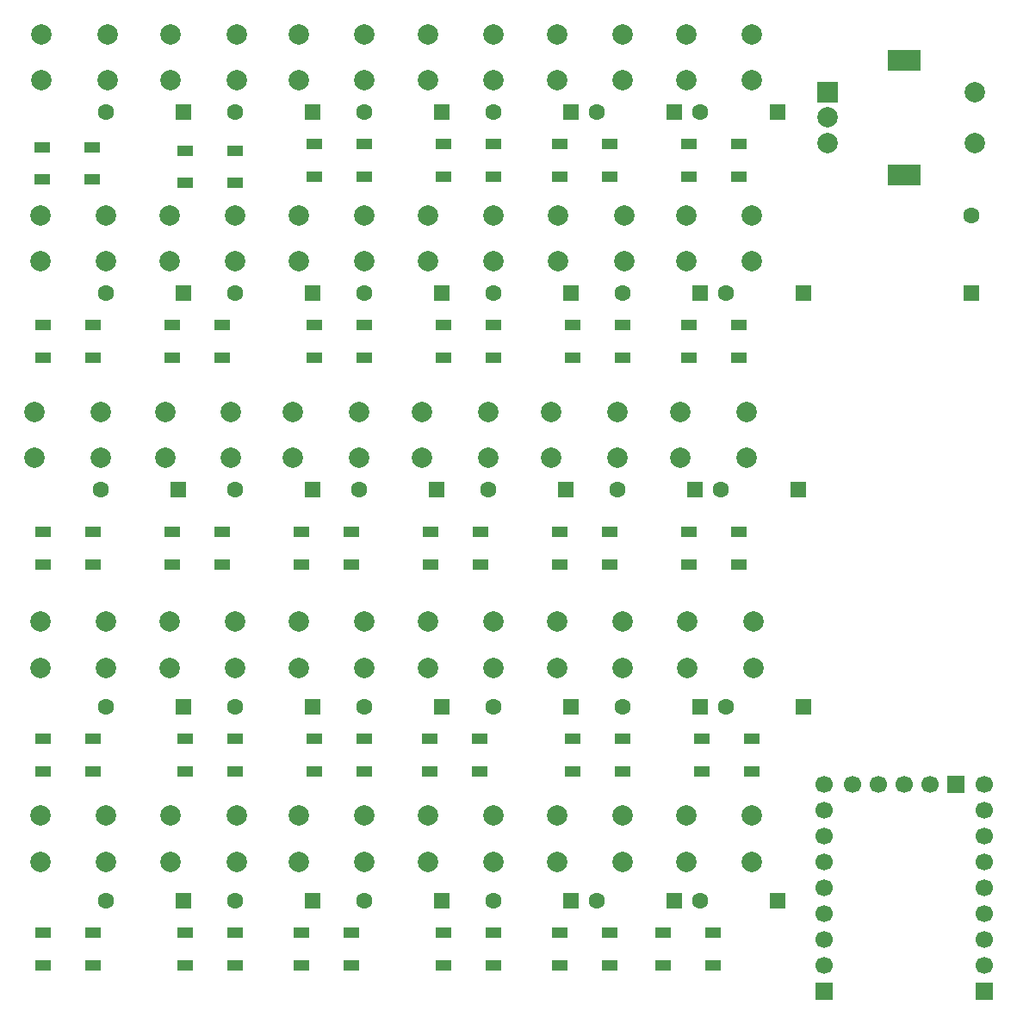
<source format=gbr>
%TF.GenerationSoftware,KiCad,Pcbnew,9.0.7*%
%TF.CreationDate,2026-02-20T03:41:17+09:00*%
%TF.ProjectId,YmmKeyboardMX,596d6d4b-6579-4626-9f61-72644d582e6b,rev?*%
%TF.SameCoordinates,Original*%
%TF.FileFunction,Soldermask,Top*%
%TF.FilePolarity,Negative*%
%FSLAX46Y46*%
G04 Gerber Fmt 4.6, Leading zero omitted, Abs format (unit mm)*
G04 Created by KiCad (PCBNEW 9.0.7) date 2026-02-20 03:41:17*
%MOMM*%
%LPD*%
G01*
G04 APERTURE LIST*
G04 Aperture macros list*
%AMRoundRect*
0 Rectangle with rounded corners*
0 $1 Rounding radius*
0 $2 $3 $4 $5 $6 $7 $8 $9 X,Y pos of 4 corners*
0 Add a 4 corners polygon primitive as box body*
4,1,4,$2,$3,$4,$5,$6,$7,$8,$9,$2,$3,0*
0 Add four circle primitives for the rounded corners*
1,1,$1+$1,$2,$3*
1,1,$1+$1,$4,$5*
1,1,$1+$1,$6,$7*
1,1,$1+$1,$8,$9*
0 Add four rect primitives between the rounded corners*
20,1,$1+$1,$2,$3,$4,$5,0*
20,1,$1+$1,$4,$5,$6,$7,0*
20,1,$1+$1,$6,$7,$8,$9,0*
20,1,$1+$1,$8,$9,$2,$3,0*%
G04 Aperture macros list end*
%ADD10RoundRect,0.250000X0.550000X0.550000X-0.550000X0.550000X-0.550000X-0.550000X0.550000X-0.550000X0*%
%ADD11C,1.600000*%
%ADD12R,1.500000X1.000000*%
%ADD13C,2.000000*%
%ADD14RoundRect,0.250000X0.550000X-0.550000X0.550000X0.550000X-0.550000X0.550000X-0.550000X-0.550000X0*%
%ADD15R,2.000000X2.000000*%
%ADD16R,3.200000X2.000000*%
%ADD17R,1.700000X1.700000*%
%ADD18C,1.700000*%
G04 APERTURE END LIST*
D10*
%TO.C,D5*%
X185420000Y-35560000D03*
D11*
X177800000Y-35560000D03*
%TD*%
D12*
%TO.C,D44*%
X133530000Y-76810000D03*
X133530000Y-80010000D03*
X138430000Y-80010000D03*
X138430000Y-76810000D03*
%TD*%
D10*
%TO.C,D19*%
X207720000Y-72680000D03*
D11*
X200100000Y-72680000D03*
%TD*%
D13*
%TO.C,SW18*%
X183440000Y-65060000D03*
X189940000Y-65060000D03*
X183440000Y-69560000D03*
X189940000Y-69560000D03*
%TD*%
D10*
%TO.C,D31*%
X205740000Y-113030000D03*
D11*
X198120000Y-113030000D03*
%TD*%
D13*
%TO.C,SW19*%
X196140000Y-65060000D03*
X202640000Y-65060000D03*
X196140000Y-69560000D03*
X202640000Y-69560000D03*
%TD*%
D12*
%TO.C,D46*%
X158930000Y-76810000D03*
X158930000Y-80010000D03*
X163830000Y-80010000D03*
X163830000Y-76810000D03*
%TD*%
D13*
%TO.C,SW31*%
X196700000Y-104720000D03*
X203200000Y-104720000D03*
X196700000Y-109220000D03*
X203200000Y-109220000D03*
%TD*%
D12*
%TO.C,D49*%
X197030000Y-76810000D03*
X197030000Y-80010000D03*
X201930000Y-80010000D03*
X201930000Y-76810000D03*
%TD*%
D10*
%TO.C,D3*%
X160020000Y-35560000D03*
D11*
X152400000Y-35560000D03*
%TD*%
D10*
%TO.C,D18*%
X197560000Y-72680000D03*
D11*
X189940000Y-72680000D03*
%TD*%
D12*
%TO.C,D35*%
X172900000Y-38710000D03*
X172900000Y-41910000D03*
X177800000Y-41910000D03*
X177800000Y-38710000D03*
%TD*%
D10*
%TO.C,D26*%
X147320000Y-113030000D03*
D11*
X139700000Y-113030000D03*
%TD*%
D13*
%TO.C,SW7*%
X196700000Y-27940000D03*
X203200000Y-27940000D03*
X196700000Y-32440000D03*
X203200000Y-32440000D03*
%TD*%
D10*
%TO.C,D6*%
X195580000Y-35560000D03*
D11*
X187960000Y-35560000D03*
%TD*%
D12*
%TO.C,D1*%
X133440000Y-39040000D03*
X133440000Y-42240000D03*
X138340000Y-42240000D03*
X138340000Y-39040000D03*
%TD*%
D10*
%TO.C,D27*%
X160020000Y-113030000D03*
D11*
X152400000Y-113030000D03*
%TD*%
D12*
%TO.C,D56*%
X133530000Y-116180000D03*
X133530000Y-119380000D03*
X138430000Y-119380000D03*
X138430000Y-116180000D03*
%TD*%
D10*
%TO.C,D15*%
X160020000Y-72680000D03*
D11*
X152400000Y-72680000D03*
%TD*%
D13*
%TO.C,SW22*%
X158600000Y-85670000D03*
X165100000Y-85670000D03*
X158600000Y-90170000D03*
X165100000Y-90170000D03*
%TD*%
D12*
%TO.C,D33*%
X147500000Y-39370000D03*
X147500000Y-42570000D03*
X152400000Y-42570000D03*
X152400000Y-39370000D03*
%TD*%
D13*
%TO.C,SW29*%
X171300000Y-104720000D03*
X177800000Y-104720000D03*
X171300000Y-109220000D03*
X177800000Y-109220000D03*
%TD*%
D10*
%TO.C,D28*%
X172720000Y-113030000D03*
D11*
X165100000Y-113030000D03*
%TD*%
D13*
%TO.C,SW4*%
X158600000Y-27940000D03*
X165100000Y-27940000D03*
X158600000Y-32440000D03*
X165100000Y-32440000D03*
%TD*%
D10*
%TO.C,D13*%
X208280000Y-53340000D03*
D11*
X200660000Y-53340000D03*
%TD*%
D13*
%TO.C,SW16*%
X158040000Y-65060000D03*
X164540000Y-65060000D03*
X158040000Y-69560000D03*
X164540000Y-69560000D03*
%TD*%
D10*
%TO.C,D8*%
X147320000Y-53340000D03*
D11*
X139700000Y-53340000D03*
%TD*%
D12*
%TO.C,D50*%
X133530000Y-97130000D03*
X133530000Y-100330000D03*
X138430000Y-100330000D03*
X138430000Y-97130000D03*
%TD*%
D10*
%TO.C,D4*%
X172720000Y-35560000D03*
D11*
X165100000Y-35560000D03*
%TD*%
D10*
%TO.C,D16*%
X172160000Y-72680000D03*
D11*
X164540000Y-72680000D03*
%TD*%
D10*
%TO.C,D11*%
X185420000Y-53340000D03*
D11*
X177800000Y-53340000D03*
%TD*%
D13*
%TO.C,SW27*%
X146050000Y-104720000D03*
X152550000Y-104720000D03*
X146050000Y-109220000D03*
X152550000Y-109220000D03*
%TD*%
D12*
%TO.C,D48*%
X184330000Y-76810000D03*
X184330000Y-80010000D03*
X189230000Y-80010000D03*
X189230000Y-76810000D03*
%TD*%
D13*
%TO.C,SW24*%
X184000000Y-85670000D03*
X190500000Y-85670000D03*
X184000000Y-90170000D03*
X190500000Y-90170000D03*
%TD*%
D12*
%TO.C,D45*%
X146230000Y-76810000D03*
X146230000Y-80010000D03*
X151130000Y-80010000D03*
X151130000Y-76810000D03*
%TD*%
D10*
%TO.C,D25*%
X208280000Y-93980000D03*
D11*
X200660000Y-93980000D03*
%TD*%
D13*
%TO.C,SW10*%
X158600000Y-45720000D03*
X165100000Y-45720000D03*
X158600000Y-50220000D03*
X165100000Y-50220000D03*
%TD*%
D12*
%TO.C,D57*%
X147500000Y-116180000D03*
X147500000Y-119380000D03*
X152400000Y-119380000D03*
X152400000Y-116180000D03*
%TD*%
D13*
%TO.C,SW8*%
X133200000Y-45720000D03*
X139700000Y-45720000D03*
X133200000Y-50220000D03*
X139700000Y-50220000D03*
%TD*%
%TO.C,SW6*%
X184000000Y-27940000D03*
X190500000Y-27940000D03*
X184000000Y-32440000D03*
X190500000Y-32440000D03*
%TD*%
D12*
%TO.C,D34*%
X160200000Y-38710000D03*
X160200000Y-41910000D03*
X165100000Y-41910000D03*
X165100000Y-38710000D03*
%TD*%
%TO.C,D55*%
X198300000Y-97130000D03*
X198300000Y-100330000D03*
X203200000Y-100330000D03*
X203200000Y-97130000D03*
%TD*%
D10*
%TO.C,D2*%
X147320000Y-35560000D03*
D11*
X139700000Y-35560000D03*
%TD*%
D12*
%TO.C,D40*%
X160200000Y-56490000D03*
X160200000Y-59690000D03*
X165100000Y-59690000D03*
X165100000Y-56490000D03*
%TD*%
D13*
%TO.C,SW28*%
X158600000Y-104720000D03*
X165100000Y-104720000D03*
X158600000Y-109220000D03*
X165100000Y-109220000D03*
%TD*%
D10*
%TO.C,D9*%
X160020000Y-53340000D03*
D11*
X152400000Y-53340000D03*
%TD*%
D10*
%TO.C,D12*%
X198120000Y-53340000D03*
D11*
X190500000Y-53340000D03*
%TD*%
D13*
%TO.C,SW9*%
X145900000Y-45720000D03*
X152400000Y-45720000D03*
X145900000Y-50220000D03*
X152400000Y-50220000D03*
%TD*%
D12*
%TO.C,D54*%
X185600000Y-97130000D03*
X185600000Y-100330000D03*
X190500000Y-100330000D03*
X190500000Y-97130000D03*
%TD*%
%TO.C,D47*%
X171630000Y-76810000D03*
X171630000Y-80010000D03*
X176530000Y-80010000D03*
X176530000Y-76810000D03*
%TD*%
D10*
%TO.C,D17*%
X184860000Y-72680000D03*
D11*
X177240000Y-72680000D03*
%TD*%
D10*
%TO.C,D29*%
X185420000Y-113030000D03*
D11*
X177800000Y-113030000D03*
%TD*%
D10*
%TO.C,D30*%
X195580000Y-113030000D03*
D11*
X187960000Y-113030000D03*
%TD*%
D14*
%TO.C,D32*%
X224790000Y-53340000D03*
D11*
X224790000Y-45720000D03*
%TD*%
D12*
%TO.C,D36*%
X184330000Y-38710000D03*
X184330000Y-41910000D03*
X189230000Y-41910000D03*
X189230000Y-38710000D03*
%TD*%
%TO.C,D60*%
X184330000Y-116180000D03*
X184330000Y-119380000D03*
X189230000Y-119380000D03*
X189230000Y-116180000D03*
%TD*%
%TO.C,D61*%
X194490000Y-116180000D03*
X194490000Y-119380000D03*
X199390000Y-119380000D03*
X199390000Y-116180000D03*
%TD*%
D13*
%TO.C,SW25*%
X196850000Y-85670000D03*
X203350000Y-85670000D03*
X196850000Y-90170000D03*
X203350000Y-90170000D03*
%TD*%
D12*
%TO.C,D51*%
X147500000Y-97130000D03*
X147500000Y-100330000D03*
X152400000Y-100330000D03*
X152400000Y-97130000D03*
%TD*%
%TO.C,D41*%
X172900000Y-56490000D03*
X172900000Y-59690000D03*
X177800000Y-59690000D03*
X177800000Y-56490000D03*
%TD*%
%TO.C,D53*%
X171540000Y-97130000D03*
X171540000Y-100330000D03*
X176440000Y-100330000D03*
X176440000Y-97130000D03*
%TD*%
%TO.C,D42*%
X185600000Y-56490000D03*
X185600000Y-59690000D03*
X190500000Y-59690000D03*
X190500000Y-56490000D03*
%TD*%
D10*
%TO.C,D22*%
X172720000Y-93980000D03*
D11*
X165100000Y-93980000D03*
%TD*%
D15*
%TO.C,SW32*%
X210640000Y-33640000D03*
D13*
X210640000Y-38640000D03*
X210640000Y-36140000D03*
D16*
X218140000Y-30540000D03*
X218140000Y-41740000D03*
D13*
X225140000Y-38640000D03*
X225140000Y-33640000D03*
%TD*%
%TO.C,SW3*%
X146050000Y-27940000D03*
X152550000Y-27940000D03*
X146050000Y-32440000D03*
X152550000Y-32440000D03*
%TD*%
D12*
%TO.C,D52*%
X160200000Y-97130000D03*
X160200000Y-100330000D03*
X165100000Y-100330000D03*
X165100000Y-97130000D03*
%TD*%
D13*
%TO.C,SW13*%
X196700000Y-45720000D03*
X203200000Y-45720000D03*
X196700000Y-50220000D03*
X203200000Y-50220000D03*
%TD*%
D12*
%TO.C,D58*%
X158930000Y-116180000D03*
X158930000Y-119380000D03*
X163830000Y-119380000D03*
X163830000Y-116180000D03*
%TD*%
D13*
%TO.C,SW14*%
X132640000Y-65060000D03*
X139140000Y-65060000D03*
X132640000Y-69560000D03*
X139140000Y-69560000D03*
%TD*%
%TO.C,SW30*%
X184000000Y-104720000D03*
X190500000Y-104720000D03*
X184000000Y-109220000D03*
X190500000Y-109220000D03*
%TD*%
%TO.C,SW11*%
X171300000Y-45720000D03*
X177800000Y-45720000D03*
X171300000Y-50220000D03*
X177800000Y-50220000D03*
%TD*%
%TO.C,SW12*%
X184150000Y-45720000D03*
X190650000Y-45720000D03*
X184150000Y-50220000D03*
X190650000Y-50220000D03*
%TD*%
%TO.C,SW21*%
X145900000Y-85670000D03*
X152400000Y-85670000D03*
X145900000Y-90170000D03*
X152400000Y-90170000D03*
%TD*%
D10*
%TO.C,D20*%
X147320000Y-93980000D03*
D11*
X139700000Y-93980000D03*
%TD*%
D10*
%TO.C,D21*%
X160020000Y-93980000D03*
D11*
X152400000Y-93980000D03*
%TD*%
D13*
%TO.C,SW17*%
X170740000Y-65060000D03*
X177240000Y-65060000D03*
X170740000Y-69560000D03*
X177240000Y-69560000D03*
%TD*%
D10*
%TO.C,D14*%
X146760000Y-72680000D03*
D11*
X139140000Y-72680000D03*
%TD*%
D13*
%TO.C,SW15*%
X145490000Y-65060000D03*
X151990000Y-65060000D03*
X145490000Y-69560000D03*
X151990000Y-69560000D03*
%TD*%
D12*
%TO.C,D59*%
X172900000Y-116180000D03*
X172900000Y-119380000D03*
X177800000Y-119380000D03*
X177800000Y-116180000D03*
%TD*%
%TO.C,D37*%
X197030000Y-38710000D03*
X197030000Y-41910000D03*
X201930000Y-41910000D03*
X201930000Y-38710000D03*
%TD*%
D13*
%TO.C,SW23*%
X171300000Y-85670000D03*
X177800000Y-85670000D03*
X171300000Y-90170000D03*
X177800000Y-90170000D03*
%TD*%
D12*
%TO.C,D43*%
X197030000Y-56490000D03*
X197030000Y-59690000D03*
X201930000Y-59690000D03*
X201930000Y-56490000D03*
%TD*%
D10*
%TO.C,D24*%
X198120000Y-93980000D03*
D11*
X190500000Y-93980000D03*
%TD*%
D10*
%TO.C,D10*%
X172720000Y-53340000D03*
D11*
X165100000Y-53340000D03*
%TD*%
D13*
%TO.C,SW20*%
X133200000Y-85670000D03*
X139700000Y-85670000D03*
X133200000Y-90170000D03*
X139700000Y-90170000D03*
%TD*%
D10*
%TO.C,D23*%
X185420000Y-93980000D03*
D11*
X177800000Y-93980000D03*
%TD*%
D13*
%TO.C,SW2*%
X133350000Y-27940000D03*
X139850000Y-27940000D03*
X133350000Y-32440000D03*
X139850000Y-32440000D03*
%TD*%
%TO.C,SW26*%
X133200000Y-104720000D03*
X139700000Y-104720000D03*
X133200000Y-109220000D03*
X139700000Y-109220000D03*
%TD*%
D12*
%TO.C,D38*%
X133530000Y-56490000D03*
X133530000Y-59690000D03*
X138430000Y-59690000D03*
X138430000Y-56490000D03*
%TD*%
D17*
%TO.C,U1*%
X210280000Y-121930000D03*
D18*
X210280000Y-119390000D03*
X210280000Y-116850000D03*
X210280000Y-114310000D03*
X210280000Y-111770000D03*
X210280000Y-109230000D03*
X210280000Y-106690000D03*
X210280000Y-104150000D03*
X210280000Y-101610000D03*
X213110000Y-101620000D03*
X215650000Y-101620000D03*
X218190000Y-101620000D03*
X220730000Y-101620000D03*
D17*
X223270000Y-101620000D03*
D18*
X226060000Y-101600000D03*
X226060000Y-104140000D03*
X226060000Y-106680000D03*
X226060000Y-109220000D03*
X226060000Y-111760000D03*
X226060000Y-114300000D03*
X226060000Y-116840000D03*
X226060000Y-119380000D03*
D17*
X226060000Y-121920000D03*
%TD*%
D12*
%TO.C,D39*%
X146230000Y-56490000D03*
X146230000Y-59690000D03*
X151130000Y-59690000D03*
X151130000Y-56490000D03*
%TD*%
D13*
%TO.C,SW5*%
X171300000Y-27940000D03*
X177800000Y-27940000D03*
X171300000Y-32440000D03*
X177800000Y-32440000D03*
%TD*%
D10*
%TO.C,D7*%
X205740000Y-35560000D03*
D11*
X198120000Y-35560000D03*
%TD*%
M02*

</source>
